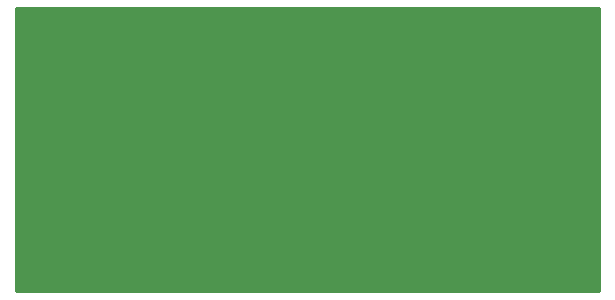
<source format=gbl>
G04 #@! TF.FileFunction,Copper,L2,Bot,Signal*
%FSLAX46Y46*%
G04 Gerber Fmt 4.6, Leading zero omitted, Abs format (unit mm)*
G04 Created by KiCad (PCBNEW 4.0.6) date 10/14/17 12:52:31*
%MOMM*%
%LPD*%
G01*
G04 APERTURE LIST*
%ADD10C,0.100000*%
%ADD11R,7.620000X10.160000*%
%ADD12C,0.152400*%
%ADD13C,0.254000*%
G04 APERTURE END LIST*
D10*
D11*
X172974000Y-95250000D03*
X131826000Y-95250000D03*
D12*
X174244000Y-95250000D02*
X130556000Y-95250000D01*
D13*
G36*
X177090000Y-108510000D02*
X127710000Y-108510000D01*
X127710000Y-84530000D01*
X177090000Y-84530000D01*
X177090000Y-108510000D01*
X177090000Y-108510000D01*
G37*
X177090000Y-108510000D02*
X127710000Y-108510000D01*
X127710000Y-84530000D01*
X177090000Y-84530000D01*
X177090000Y-108510000D01*
G36*
X177090000Y-108510000D02*
X127710000Y-108510000D01*
X127710000Y-84530000D01*
X177090000Y-84530000D01*
X177090000Y-108510000D01*
X177090000Y-108510000D01*
G37*
X177090000Y-108510000D02*
X127710000Y-108510000D01*
X127710000Y-84530000D01*
X177090000Y-84530000D01*
X177090000Y-108510000D01*
M02*

</source>
